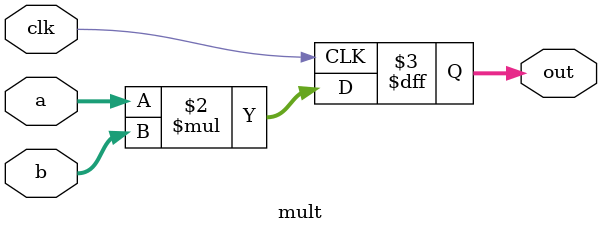
<source format=sv>
module mult(
    input logic clk,
    input logic[31:0] a,
    input logic[31:0] b,
    output logic[31:0] out
);
    always_ff @(posedge clk) begin
        out <= a * b;
    end
endmodule

</source>
